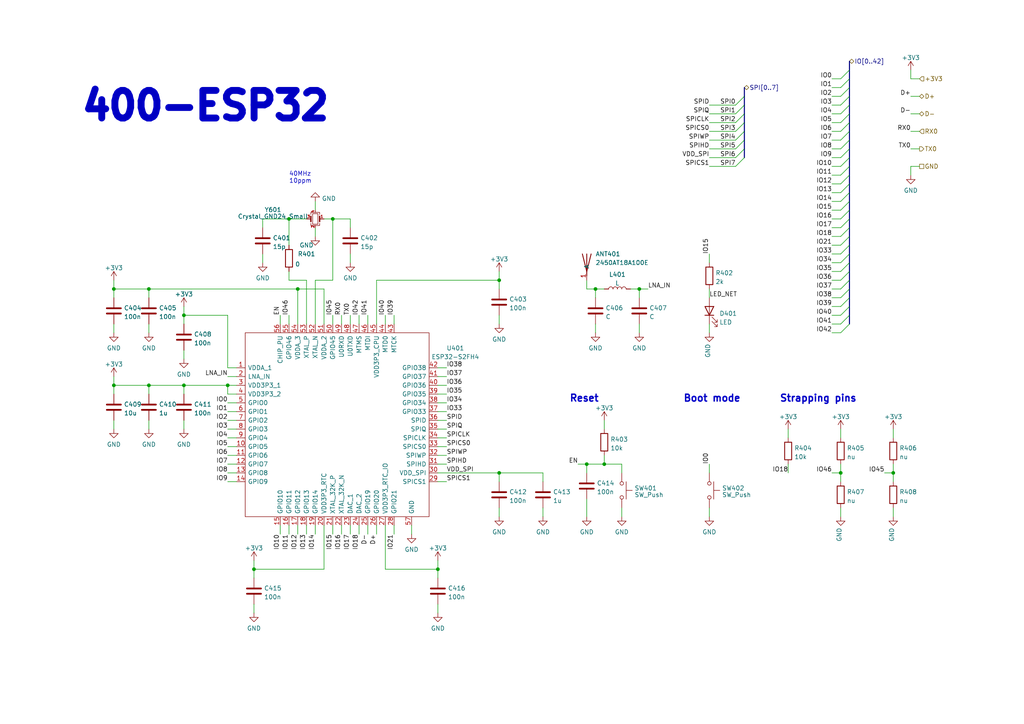
<source format=kicad_sch>
(kicad_sch (version 20230121) (generator eeschema)
  (paper "A4")
  (title_block (title "PSoM - ESP S3") (date "2023-04-17") (rev "HW00") (company "PumaCorp") (comment 1 "Design by: NdG"))
  (lib_symbols
    (symbol "Component lib:2450AT18A100E" (pin_names (offset 0.762))
      (property "Reference" "ANT" (at 6.35 10.16 0))
      (property "Value" "2450AT18A100E" (at 6.35 7.62 0))
      (symbol "2450AT18A100E_0_1"
        (polyline (pts (xy 0 7.62) (xy 0 1.27)) (stroke (width 0.254)))
        (polyline (pts (xy 1.27 7.62) (xy 0 2.54) (xy -1.27 7.62)) (stroke (width 0.254)))
      )
      (symbol "2450AT18A100E_1_1"
        (pin input line (at 0 0 90) (length 2.54) (name "A") (number "1"))
      )
    )
    (symbol "Component lib:C" (pin_numbers hide) (pin_names (offset 0.254))
      (property "Reference" "C" (at 0.635 -1.27 0))
      (property "Value" "C" (at 0.635 -6.35 0))
      (symbol "C_0_1"
        (polyline (pts (xy -2.032 -4.572) (xy 2.032 -4.572)) (stroke (width 0.508)))
        (polyline (pts (xy -2.032 -3.048) (xy 2.032 -3.048)) (stroke (width 0.508)))
      )
      (symbol "C_1_1"
        (pin passive line (at 0 0 270) (length 2.794) (name "~") (number "1"))
        (pin passive line (at 0 -7.62 90) (length 2.794) (name "~") (number "2"))
      )
    )
    (symbol "Component lib:L" (pin_numbers hide) (pin_names (offset 1.016) hide)
      (property "Reference" "L" (at 3.81 -1.27 0))
      (property "Value" "L" (at 3.81 1.905 0))
      (symbol "L_0_1"
        (arc (start 2.54 0) (mid 1.905 0.6323) (end 1.27 0))
        (arc (start 3.81 0) (mid 3.175 0.6323) (end 2.54 0))
        (arc (start 5.08 0) (mid 4.445 0.6323) (end 3.81 0))
        (arc (start 6.35 0) (mid 5.715 0.6323) (end 5.08 0))
      )
      (symbol "L_1_1"
        (pin passive line (at 0 0 0) (length 1.27) (name "1") (number "1"))
        (pin passive line (at 7.62 0 180) (length 1.27) (name "2") (number "2"))
      )
    )
    (symbol "Component lib:LED" (pin_numbers hide) (pin_names (offset 1.016) hide)
      (property "Reference" "D" (at 3.81 2.54 0))
      (property "Value" "LED" (at 3.81 -2.54 0))
      (symbol "LED_0_1"
        (polyline (pts (xy 2.54 -1.27) (xy 2.54 1.27)) (stroke (width 0.254)))
        (polyline (pts (xy 2.54 0) (xy 5.08 0)))
        (polyline (pts (xy 5.08 -1.27) (xy 5.08 1.27) (xy 2.54 0) (xy 5.08 -1.27)) (stroke (width 0.254)))
        (polyline (pts (xy 0.762 -0.762) (xy -0.762 -2.286) (xy 0 -2.286) (xy -0.762 -2.286) (xy -0.762 -1.524)))
        (polyline (pts (xy 2.032 -0.762) (xy 0.508 -2.286) (xy 1.27 -2.286) (xy 0.508 -2.286) (xy 0.508 -1.524)))
      )
      (symbol "LED_1_1"
        (pin passive line (at 0 0 0) (length 2.54) (name "K") (number "1"))
        (pin passive line (at 7.62 0 180) (length 2.54) (name "A") (number "2"))
      )
    )
    (symbol "Component lib:R" (pin_numbers hide) (pin_names (offset 0))
      (property "Reference" "R" (at 2.032 -3.81 90))
      (property "Value" "R" (at 0 -3.81 90))
      (symbol "R_0_1"
        (rectangle (start -1.016 -6.35) (end 1.016 -1.27) (stroke (width 0.254)))
      )
      (symbol "R_1_1"
        (pin passive line (at 0 0 270) (length 1.27) (name "~") (number "1"))
        (pin passive line (at 0 -7.62 90) (length 1.27) (name "~") (number "2"))
      )
    )
    (symbol "Component_lib:ESP32-S2FH4" (pin_names (offset 0.762))
      (property "Reference" "U" (at 22.86 -12.7 0))
      (property "Value" "ESP32-S2FH4" (at 22.86 -15.24 0))
      (symbol "ESP32-S2FH4_0_0"
        (pin passive line (at 0 0 0) (length 2.54) (name "VDDA_1") (number "1"))
        (pin passive line (at 0 -22.86 0) (length 2.54) (name "GPIO5") (number "10"))
        (pin passive line (at 0 -25.4 0) (length 2.54) (name "GPIO6") (number "11"))
        (pin passive line (at 0 -27.94 0) (length 2.54) (name "GPIO7") (number "12"))
        (pin passive line (at 0 -30.48 0) (length 2.54) (name "GPIO8") (number "13"))
        (pin passive line (at 0 -33.02 0) (length 2.54) (name "GPIO9") (number "14"))
        (pin passive line (at 12.7 -45.72 90) (length 2.54) (name "GPIO10") (number "15"))
        (pin passive line (at 15.24 -45.72 90) (length 2.54) (name "GPIO11") (number "16"))
        (pin passive line (at 17.78 -45.72 90) (length 2.54) (name "GPIO12") (number "17"))
        (pin passive line (at 20.32 -45.72 90) (length 2.54) (name "GPIO13") (number "18"))
        (pin passive line (at 22.86 -45.72 90) (length 2.54) (name "GPIO14") (number "19"))
        (pin passive line (at 0 -2.54 0) (length 2.54) (name "LNA_IN") (number "2"))
        (pin passive line (at 25.4 -45.72 90) (length 2.54) (name "VDD3P3_RTC") (number "20"))
        (pin passive line (at 27.94 -45.72 90) (length 2.54) (name "XTAL_32K_P") (number "21"))
        (pin passive line (at 30.48 -45.72 90) (length 2.54) (name "XTAL_32K_N") (number "22"))
        (pin passive line (at 33.02 -45.72 90) (length 2.54) (name "DAC_1") (number "23"))
        (pin passive line (at 35.56 -45.72 90) (length 2.54) (name "DAC_2") (number "24"))
        (pin passive line (at 38.1 -45.72 90) (length 2.54) (name "GPIO19") (number "25"))
        (pin passive line (at 40.64 -45.72 90) (length 2.54) (name "GPIO20") (number "26"))
        (pin passive line (at 43.18 -45.72 90) (length 2.54) (name "VDD3P3_RTC_IO") (number "27"))
        (pin passive line (at 45.72 -45.72 90) (length 2.54) (name "GPIO21") (number "28"))
        (pin passive line (at 58.42 -33.02 180) (length 2.54) (name "SPICS1") (number "29"))
        (pin passive line (at 0 -5.08 0) (length 2.54) (name "VDD3P3_1") (number "3"))
        (pin passive line (at 58.42 -30.48 180) (length 2.54) (name "VDD_SPI") (number "30"))
        (pin passive line (at 58.42 -27.94 180) (length 2.54) (name "SPIHD") (number "31"))
        (pin passive line (at 58.42 -25.4 180) (length 2.54) (name "SPIWP") (number "32"))
        (pin passive line (at 58.42 -22.86 180) (length 2.54) (name "SPICS0") (number "33"))
        (pin passive line (at 58.42 -20.32 180) (length 2.54) (name "SPICLK") (number "34"))
        (pin passive line (at 58.42 -17.78 180) (length 2.54) (name "SPIQ") (number "35"))
        (pin passive line (at 58.42 -15.24 180) (length 2.54) (name "SPID") (number "36"))
        (pin passive line (at 58.42 -12.7 180) (length 2.54) (name "GPIO33") (number "37"))
        (pin passive line (at 58.42 -10.16 180) (length 2.54) (name "GPIO34") (number "38"))
        (pin passive line (at 58.42 -7.62 180) (length 2.54) (name "GPIO35") (number "39"))
        (pin passive line (at 0 -7.62 0) (length 2.54) (name "VDD3P3_2") (number "4"))
        (pin passive line (at 58.42 -5.08 180) (length 2.54) (name "GPIO36") (number "40"))
        (pin passive line (at 58.42 -2.54 180) (length 2.54) (name "GPIO37") (number "41"))
        (pin passive line (at 58.42 0 180) (length 2.54) (name "GPIO38") (number "42"))
        (pin passive line (at 45.72 12.7 270) (length 2.54) (name "MTCK") (number "43"))
        (pin passive line (at 43.18 12.7 270) (length 2.54) (name "MTD0") (number "44"))
        (pin passive line (at 40.64 12.7 270) (length 2.54) (name "VDD3P3_CPU") (number "45"))
        (pin passive line (at 38.1 12.7 270) (length 2.54) (name "MTDI") (number "46"))
        (pin passive line (at 35.56 12.7 270) (length 2.54) (name "MTMS") (number "47"))
        (pin passive line (at 33.02 12.7 270) (length 2.54) (name "U0TXD") (number "48"))
        (pin passive line (at 30.48 12.7 270) (length 2.54) (name "U0RXD") (number "49"))
        (pin passive line (at 0 -10.16 0) (length 2.54) (name "GPIO0") (number "5"))
        (pin passive line (at 27.94 12.7 270) (length 2.54) (name "GPIO45") (number "50"))
        (pin passive line (at 25.4 12.7 270) (length 2.54) (name "VDDA_2") (number "51"))
        (pin passive line (at 22.86 12.7 270) (length 2.54) (name "XTAL_N") (number "52"))
        (pin passive line (at 20.32 12.7 270) (length 2.54) (name "XTAL_P") (number "53"))
        (pin passive line (at 17.78 12.7 270) (length 2.54) (name "VDDA_3") (number "54"))
        (pin passive line (at 15.24 12.7 270) (length 2.54) (name "GPIO46") (number "55"))
        (pin passive line (at 12.7 12.7 270) (length 2.54) (name "CHIP_PU") (number "56"))
        (pin passive line (at 50.8 -45.72 90) (length 2.54) (name "GND") (number "57"))
        (pin passive line (at 0 -12.7 0) (length 2.54) (name "GPIO1") (number "6"))
        (pin passive line (at 0 -15.24 0) (length 2.54) (name "GPIO2") (number "7"))
        (pin passive line (at 0 -17.78 0) (length 2.54) (name "GPIO3") (number "8"))
        (pin passive line (at 0 -20.32 0) (length 2.54) (name "GPIO4") (number "9"))
      )
      (symbol "ESP32-S2FH4_0_1"
        (polyline (pts (xy 2.54 10.16) (xy 55.88 10.16) (xy 55.88 -43.18) (xy 2.54 -43.18) (xy 2.54 10.16)) (stroke (width 0.1524)))
      )
    )
    (symbol "Device:Crystal_GND24_Small" (pin_names (offset 1.016) hide)
      (property "Reference" "Y" (at 1.27 4.445 0))
      (property "Value" "Crystal_GND24_Small" (at 1.27 2.54 0))
      (symbol "Crystal_GND24_Small_0_1"
        (rectangle (start -0.762 -1.524) (end 0.762 1.524))
        (polyline (pts (xy -1.27 -0.762) (xy -1.27 0.762)) (stroke (width 0.381)))
        (polyline (pts (xy 1.27 -0.762) (xy 1.27 0.762)) (stroke (width 0.381)))
        (polyline (pts (xy -1.27 -1.27) (xy -1.27 -1.905) (xy 1.27 -1.905) (xy 1.27 -1.27)))
        (polyline (pts (xy -1.27 1.27) (xy -1.27 1.905) (xy 1.27 1.905) (xy 1.27 1.27)))
      )
      (symbol "Crystal_GND24_Small_1_1"
        (pin passive line (at -2.54 0 0) (length 1.27) (name "1") (number "1"))
        (pin passive line (at 0 -2.54 90) (length 0.635) (name "2") (number "2"))
        (pin passive line (at 2.54 0 180) (length 1.27) (name "3") (number "3"))
        (pin passive line (at 0 2.54 270) (length 0.635) (name "4") (number "4"))
      )
    )
    (symbol "Switch:SW_Push" (pin_numbers hide) (pin_names (offset 1.016) hide)
      (property "Reference" "SW" (at 1.27 2.54 0))
      (property "Value" "SW_Push" (at 0 -1.524 0))
      (symbol "SW_Push_0_1"
        (circle (center -2.032 0) (radius 0.508))
        (polyline (pts (xy 0 1.27) (xy 0 3.048)))
        (polyline (pts (xy 2.54 1.27) (xy -2.54 1.27)))
        (circle (center 2.032 0) (radius 0.508))
        (pin passive line (at -5.08 0 0) (length 2.54) (name "1") (number "1"))
        (pin passive line (at 5.08 0 180) (length 2.54) (name "2") (number "2"))
      )
    )
    (symbol "power:+3V3" (power) (pin_names (offset 0))
      (property "Value" "+3V3" (at 0 3.556 0))
      (symbol "+3V3_0_1"
        (polyline (pts (xy -0.762 1.27) (xy 0 2.54)))
        (polyline (pts (xy 0 0) (xy 0 2.54)))
        (polyline (pts (xy 0 2.54) (xy 0.762 1.27)))
      )
      (symbol "+3V3_1_1"
        (pin power_in line (at 0 0 90) (length 0) hide (name "+3V3") (number "1"))
      )
    )
    (symbol "power:GND" (power) (pin_names (offset 0))
      (property "Value" "GND" (at 0 -3.81 0))
      (symbol "GND_0_1"
        (polyline (pts (xy 0 0) (xy 0 -1.27) (xy 1.27 -1.27) (xy 0 -2.54) (xy -1.27 -1.27) (xy 0 -1.27)))
      )
      (symbol "GND_1_1"
        (pin power_in line (at 0 0 270) (length 0) hide (name "GND") (number "1"))
      )
    )
  )
  (junction (at 43.18 83.82))
  (junction (at 53.34 91.44))
  (junction (at 170.18 134.62))
  (junction (at 127 165.1))
  (junction (at 33.02 83.82))
  (junction (at 175.26 134.62))
  (junction (at 96.52 63.5))
  (junction (at 66.04 111.76))
  (junction (at 33.02 111.76))
  (junction (at 185.42 83.82))
  (junction (at 86.36 83.82))
  (junction (at 172.72 83.82))
  (junction (at 83.82 63.5))
  (junction (at 259.08 137.16))
  (junction (at 243.84 137.16))
  (junction (at 43.18 111.76))
  (junction (at 53.34 111.76))
  (junction (at 144.78 81.28))
  (junction (at 144.78 137.16))
  (junction (at 73.66 165.1))
  (bus_entry (at 243.84 86.36) (size 2.54 -2.54))
  (bus_entry (at 243.84 40.64) (size 2.54 -2.54))
  (bus_entry (at 243.84 55.88) (size 2.54 -2.54))
  (bus_entry (at 243.84 68.58) (size 2.54 -2.54))
  (bus_entry (at 213.36 43.18) (size 2.54 -2.54))
  (bus_entry (at 243.84 71.12) (size 2.54 -2.54))
  (bus_entry (at 213.36 48.26) (size 2.54 -2.54))
  (bus_entry (at 243.84 27.94) (size 2.54 -2.54))
  (bus_entry (at 243.84 88.9) (size 2.54 -2.54))
  (bus_entry (at 243.84 53.34) (size 2.54 -2.54))
  (bus_entry (at 243.84 93.98) (size 2.54 -2.54))
  (bus_entry (at 243.84 30.48) (size 2.54 -2.54))
  (bus_entry (at 243.84 33.02) (size 2.54 -2.54))
  (bus_entry (at 243.84 50.8) (size 2.54 -2.54))
  (bus_entry (at 243.84 38.1) (size 2.54 -2.54))
  (bus_entry (at 213.36 45.72) (size 2.54 -2.54))
  (bus_entry (at 243.84 78.74) (size 2.54 -2.54))
  (bus_entry (at 243.84 91.44) (size 2.54 -2.54))
  (bus_entry (at 243.84 35.56) (size 2.54 -2.54))
  (bus_entry (at 213.36 35.56) (size 2.54 -2.54))
  (bus_entry (at 243.84 60.96) (size 2.54 -2.54))
  (bus_entry (at 213.36 38.1) (size 2.54 -2.54))
  (bus_entry (at 243.84 45.72) (size 2.54 -2.54))
  (bus_entry (at 243.84 66.04) (size 2.54 -2.54))
  (bus_entry (at 213.36 40.64) (size 2.54 -2.54))
  (bus_entry (at 243.84 48.26) (size 2.54 -2.54))
  (bus_entry (at 243.84 43.18) (size 2.54 -2.54))
  (bus_entry (at 243.84 25.4) (size 2.54 -2.54))
  (bus_entry (at 243.84 96.52) (size 2.54 -2.54))
  (bus_entry (at 243.84 63.5) (size 2.54 -2.54))
  (bus_entry (at 243.84 83.82) (size 2.54 -2.54))
  (bus_entry (at 243.84 22.86) (size 2.54 -2.54))
  (bus_entry (at 213.36 30.48) (size 2.54 -2.54))
  (bus_entry (at 243.84 76.2) (size 2.54 -2.54))
  (bus_entry (at 243.84 81.28) (size 2.54 -2.54))
  (bus_entry (at 243.84 58.42) (size 2.54 -2.54))
  (bus_entry (at 243.84 73.66) (size 2.54 -2.54))
  (bus_entry (at 213.36 33.02) (size 2.54 -2.54))
  (wire (pts (xy 53.34 101.6) (xy 53.34 104.14)))
  (wire (pts (xy 66.04 129.54) (xy 68.58 129.54)))
  (bus (pts (xy 246.38 50.8) (xy 246.38 53.34)))
  (bus (pts (xy 246.38 27.94) (xy 246.38 30.48)))
  (wire (pts (xy 127 165.1) (xy 127 167.64)))
  (wire (pts (xy 101.6 73.66) (xy 101.6 76.2)))
  (wire (pts (xy 144.78 137.16) (xy 157.48 137.16)))
  (bus (pts (xy 246.38 63.5) (xy 246.38 66.04)))
  (wire (pts (xy 127 162.56) (xy 127 165.1)))
  (wire (pts (xy 170.18 144.78) (xy 170.18 149.86)))
  (wire (pts (xy 66.04 121.92) (xy 68.58 121.92)))
  (wire (pts (xy 106.68 91.44) (xy 106.68 93.98)))
  (wire (pts (xy 66.04 111.76) (xy 68.58 111.76)))
  (wire (pts (xy 264.16 22.86) (xy 266.7 22.86)))
  (wire (pts (xy 241.3 27.94) (xy 243.84 27.94)))
  (bus (pts (xy 246.38 43.18) (xy 246.38 45.72)))
  (wire (pts (xy 264.16 38.1) (xy 266.7 38.1)))
  (wire (pts (xy 53.34 114.3) (xy 53.34 111.76)))
  (wire (pts (xy 83.82 71.12) (xy 83.82 63.5)))
  (wire (pts (xy 241.3 96.52) (xy 243.84 96.52)))
  (bus (pts (xy 246.38 40.64) (xy 246.38 43.18)))
  (wire (pts (xy 109.22 152.4) (xy 109.22 154.94)))
  (wire (pts (xy 243.84 134.62) (xy 243.84 137.16)))
  (wire (pts (xy 114.3 91.44) (xy 114.3 93.98)))
  (wire (pts (xy 111.76 91.44) (xy 111.76 93.98)))
  (wire (pts (xy 241.3 30.48) (xy 243.84 30.48)))
  (wire (pts (xy 264.16 20.32) (xy 264.16 22.86)))
  (bus (pts (xy 246.38 88.9) (xy 246.38 91.44)))
  (wire (pts (xy 185.42 93.98) (xy 185.42 96.52)))
  (wire (pts (xy 53.34 88.9) (xy 53.34 91.44)))
  (wire (pts (xy 205.74 45.72) (xy 213.36 45.72)))
  (wire (pts (xy 241.3 48.26) (xy 243.84 48.26)))
  (wire (pts (xy 96.52 91.44) (xy 96.52 93.98)))
  (wire (pts (xy 43.18 83.82) (xy 43.18 86.36)))
  (wire (pts (xy 66.04 127) (xy 68.58 127)))
  (bus (pts (xy 246.38 78.74) (xy 246.38 81.28)))
  (wire (pts (xy 33.02 81.28) (xy 33.02 83.82)))
  (wire (pts (xy 88.9 152.4) (xy 88.9 154.94)))
  (wire (pts (xy 93.98 83.82) (xy 86.36 83.82)))
  (wire (pts (xy 76.2 66.04) (xy 76.2 63.5)))
  (wire (pts (xy 157.48 147.32) (xy 157.48 149.86)))
  (wire (pts (xy 129.54 119.38) (xy 127 119.38)))
  (wire (pts (xy 170.18 81.28) (xy 170.18 83.82)))
  (wire (pts (xy 99.06 91.44) (xy 99.06 93.98)))
  (wire (pts (xy 127 127) (xy 129.54 127)))
  (wire (pts (xy 157.48 137.16) (xy 157.48 139.7)))
  (wire (pts (xy 76.2 73.66) (xy 76.2 76.2)))
  (wire (pts (xy 241.3 40.64) (xy 243.84 40.64)))
  (wire (pts (xy 241.3 58.42) (xy 243.84 58.42)))
  (wire (pts (xy 241.3 93.98) (xy 243.84 93.98)))
  (wire (pts (xy 228.6 124.46) (xy 228.6 127)))
  (wire (pts (xy 33.02 121.92) (xy 33.02 124.46)))
  (wire (pts (xy 83.82 63.5) (xy 88.9 63.5)))
  (wire (pts (xy 96.52 152.4) (xy 96.52 154.94)))
  (wire (pts (xy 83.82 81.28) (xy 88.9 81.28)))
  (bus (pts (xy 246.38 86.36) (xy 246.38 88.9)))
  (wire (pts (xy 243.84 137.16) (xy 243.84 139.7)))
  (wire (pts (xy 264.16 27.94) (xy 266.7 27.94)))
  (wire (pts (xy 241.3 43.18) (xy 243.84 43.18)))
  (wire (pts (xy 127 137.16) (xy 144.78 137.16)))
  (wire (pts (xy 81.28 91.44) (xy 81.28 93.98)))
  (bus (pts (xy 246.38 20.32) (xy 246.38 22.86)))
  (wire (pts (xy 180.34 147.32) (xy 180.34 149.86)))
  (wire (pts (xy 170.18 83.82) (xy 172.72 83.82)))
  (bus (pts (xy 246.38 66.04) (xy 246.38 68.58)))
  (wire (pts (xy 241.3 137.16) (xy 243.84 137.16)))
  (wire (pts (xy 205.74 38.1) (xy 213.36 38.1)))
  (wire (pts (xy 205.74 73.66) (xy 205.74 76.2)))
  (bus (pts (xy 246.38 68.58) (xy 246.38 71.12)))
  (wire (pts (xy 241.3 35.56) (xy 243.84 35.56)))
  (wire (pts (xy 172.72 93.98) (xy 172.72 96.52)))
  (wire (pts (xy 93.98 63.5) (xy 96.52 63.5)))
  (wire (pts (xy 185.42 83.82) (xy 185.42 86.36)))
  (wire (pts (xy 144.78 78.74) (xy 144.78 81.28)))
  (bus (pts (xy 215.9 35.56) (xy 215.9 38.1)))
  (wire (pts (xy 109.22 81.28) (xy 144.78 81.28)))
  (wire (pts (xy 127 121.92) (xy 129.54 121.92)))
  (bus (pts (xy 215.9 25.4) (xy 215.9 27.94)))
  (bus (pts (xy 246.38 38.1) (xy 246.38 40.64)))
  (wire (pts (xy 73.66 175.26) (xy 73.66 177.8)))
  (wire (pts (xy 185.42 83.82) (xy 187.96 83.82)))
  (bus (pts (xy 246.38 35.56) (xy 246.38 38.1)))
  (bus (pts (xy 215.9 43.18) (xy 215.9 45.72)))
  (wire (pts (xy 259.08 147.32) (xy 259.08 149.86)))
  (bus (pts (xy 246.38 45.72) (xy 246.38 48.26)))
  (wire (pts (xy 127 134.62) (xy 129.54 134.62)))
  (wire (pts (xy 88.9 81.28) (xy 88.9 93.98)))
  (wire (pts (xy 241.3 45.72) (xy 243.84 45.72)))
  (wire (pts (xy 241.3 91.44) (xy 243.84 91.44)))
  (wire (pts (xy 144.78 81.28) (xy 144.78 83.82)))
  (wire (pts (xy 101.6 63.5) (xy 96.52 63.5)))
  (wire (pts (xy 86.36 152.4) (xy 86.36 154.94)))
  (wire (pts (xy 91.44 152.4) (xy 91.44 154.94)))
  (wire (pts (xy 111.76 165.1) (xy 127 165.1)))
  (wire (pts (xy 241.3 68.58) (xy 243.84 68.58)))
  (wire (pts (xy 33.02 83.82) (xy 43.18 83.82)))
  (bus (pts (xy 246.38 17.78) (xy 246.38 20.32)))
  (wire (pts (xy 243.84 76.2) (xy 241.3 76.2)))
  (wire (pts (xy 81.28 152.4) (xy 81.28 154.94)))
  (wire (pts (xy 228.6 134.62) (xy 228.6 137.16)))
  (bus (pts (xy 246.38 25.4) (xy 246.38 27.94)))
  (wire (pts (xy 241.3 38.1) (xy 243.84 38.1)))
  (bus (pts (xy 246.38 53.34) (xy 246.38 55.88)))
  (wire (pts (xy 127 116.84) (xy 129.54 116.84)))
  (wire (pts (xy 111.76 152.4) (xy 111.76 165.1)))
  (wire (pts (xy 127 111.76) (xy 129.54 111.76)))
  (wire (pts (xy 175.26 121.92) (xy 175.26 124.46)))
  (bus (pts (xy 215.9 40.64) (xy 215.9 43.18)))
  (wire (pts (xy 205.74 30.48) (xy 213.36 30.48)))
  (wire (pts (xy 172.72 83.82) (xy 175.26 83.82)))
  (wire (pts (xy 53.34 93.98) (xy 53.34 91.44)))
  (wire (pts (xy 241.3 66.04) (xy 243.84 66.04)))
  (wire (pts (xy 104.14 91.44) (xy 104.14 93.98)))
  (wire (pts (xy 73.66 162.56) (xy 73.66 165.1)))
  (wire (pts (xy 241.3 25.4) (xy 243.84 25.4)))
  (wire (pts (xy 96.52 81.28) (xy 91.44 81.28)))
  (wire (pts (xy 33.02 114.3) (xy 33.02 111.76)))
  (wire (pts (xy 264.16 48.26) (xy 266.7 48.26)))
  (wire (pts (xy 99.06 152.4) (xy 99.06 154.94)))
  (wire (pts (xy 259.08 137.16) (xy 259.08 139.7)))
  (wire (pts (xy 66.04 109.22) (xy 68.58 109.22)))
  (wire (pts (xy 243.84 81.28) (xy 241.3 81.28)))
  (wire (pts (xy 205.74 43.18) (xy 213.36 43.18)))
  (wire (pts (xy 73.66 165.1) (xy 93.98 165.1)))
  (wire (pts (xy 205.74 35.56) (xy 213.36 35.56)))
  (wire (pts (xy 43.18 83.82) (xy 86.36 83.82)))
  (bus (pts (xy 246.38 83.82) (xy 246.38 86.36)))
  (wire (pts (xy 66.04 124.46) (xy 68.58 124.46)))
  (wire (pts (xy 66.04 137.16) (xy 68.58 137.16)))
  (wire (pts (xy 243.84 78.74) (xy 241.3 78.74)))
  (bus (pts (xy 246.38 91.44) (xy 246.38 93.98)))
  (wire (pts (xy 93.98 93.98) (xy 93.98 83.82)))
  (wire (pts (xy 259.08 134.62) (xy 259.08 137.16)))
  (wire (pts (xy 66.04 91.44) (xy 66.04 106.68)))
  (wire (pts (xy 43.18 121.92) (xy 43.18 124.46)))
  (bus (pts (xy 246.38 33.02) (xy 246.38 35.56)))
  (wire (pts (xy 205.74 134.62) (xy 205.74 137.16)))
  (wire (pts (xy 33.02 111.76) (xy 43.18 111.76)))
  (wire (pts (xy 119.38 152.4) (xy 119.38 154.94)))
  (wire (pts (xy 68.58 114.3) (xy 66.04 114.3)))
  (wire (pts (xy 205.74 40.64) (xy 213.36 40.64)))
  (wire (pts (xy 241.3 50.8) (xy 243.84 50.8)))
  (wire (pts (xy 172.72 86.36) (xy 172.72 83.82)))
  (wire (pts (xy 101.6 66.04) (xy 101.6 63.5)))
  (wire (pts (xy 259.08 124.46) (xy 259.08 127)))
  (wire (pts (xy 170.18 134.62) (xy 175.26 134.62)))
  (wire (pts (xy 127 129.54) (xy 129.54 129.54)))
  (wire (pts (xy 91.44 81.28) (xy 91.44 93.98)))
  (wire (pts (xy 144.78 137.16) (xy 144.78 139.7)))
  (wire (pts (xy 53.34 111.76) (xy 66.04 111.76)))
  (wire (pts (xy 43.18 114.3) (xy 43.18 111.76)))
  (wire (pts (xy 83.82 81.28) (xy 83.82 78.74)))
  (wire (pts (xy 264.16 33.02) (xy 266.7 33.02)))
  (wire (pts (xy 243.84 147.32) (xy 243.84 149.86)))
  (wire (pts (xy 127 124.46) (xy 129.54 124.46)))
  (wire (pts (xy 241.3 73.66) (xy 243.84 73.66)))
  (wire (pts (xy 66.04 119.38) (xy 68.58 119.38)))
  (wire (pts (xy 53.34 121.92) (xy 53.34 124.46)))
  (wire (pts (xy 241.3 22.86) (xy 243.84 22.86)))
  (wire (pts (xy 127 109.22) (xy 129.54 109.22)))
  (wire (pts (xy 182.88 83.82) (xy 185.42 83.82)))
  (wire (pts (xy 264.16 50.8) (xy 264.16 48.26)))
  (wire (pts (xy 241.3 55.88) (xy 243.84 55.88)))
  (wire (pts (xy 66.04 106.68) (xy 68.58 106.68)))
  (wire (pts (xy 144.78 147.32) (xy 144.78 149.86)))
  (wire (pts (xy 127 132.08) (xy 129.54 132.08)))
  (wire (pts (xy 86.36 83.82) (xy 86.36 93.98)))
  (wire (pts (xy 114.3 152.4) (xy 114.3 154.94)))
  (bus (pts (xy 246.38 60.96) (xy 246.38 63.5)))
  (wire (pts (xy 83.82 91.44) (xy 83.82 93.98)))
  (bus (pts (xy 215.9 33.02) (xy 215.9 35.56)))
  (wire (pts (xy 175.26 134.62) (xy 180.34 134.62)))
  (wire (pts (xy 205.74 48.26) (xy 213.36 48.26)))
  (wire (pts (xy 91.44 58.42) (xy 91.44 60.96)))
  (wire (pts (xy 93.98 165.1) (xy 93.98 152.4)))
  (wire (pts (xy 205.74 33.02) (xy 213.36 33.02)))
  (wire (pts (xy 127 139.7) (xy 129.54 139.7)))
  (wire (pts (xy 256.54 137.16) (xy 259.08 137.16)))
  (bus (pts (xy 215.9 27.94) (xy 215.9 30.48)))
  (wire (pts (xy 243.84 86.36) (xy 241.3 86.36)))
  (wire (pts (xy 241.3 60.96) (xy 243.84 60.96)))
  (wire (pts (xy 66.04 134.62) (xy 68.58 134.62)))
  (wire (pts (xy 241.3 53.34) (xy 243.84 53.34)))
  (wire (pts (xy 66.04 139.7) (xy 68.58 139.7)))
  (bus (pts (xy 215.9 38.1) (xy 215.9 40.64)))
  (bus (pts (xy 215.9 30.48) (xy 215.9 33.02)))
  (wire (pts (xy 33.02 93.98) (xy 33.02 96.52)))
  (wire (pts (xy 243.84 83.82) (xy 241.3 83.82)))
  (wire (pts (xy 53.34 91.44) (xy 66.04 91.44)))
  (wire (pts (xy 106.68 152.4) (xy 106.68 154.94)))
  (wire (pts (xy 96.52 63.5) (xy 96.52 81.28)))
  (wire (pts (xy 43.18 93.98) (xy 43.18 96.52)))
  (wire (pts (xy 241.3 71.12) (xy 243.84 71.12)))
  (wire (pts (xy 101.6 91.44) (xy 101.6 93.98)))
  (bus (pts (xy 246.38 48.26) (xy 246.38 50.8)))
  (wire (pts (xy 33.02 86.36) (xy 33.02 83.82)))
  (wire (pts (xy 175.26 132.08) (xy 175.26 134.62)))
  (wire (pts (xy 83.82 152.4) (xy 83.82 154.94)))
  (wire (pts (xy 205.74 147.32) (xy 205.74 149.86)))
  (bus (pts (xy 246.38 76.2) (xy 246.38 78.74)))
  (wire (pts (xy 241.3 63.5) (xy 243.84 63.5)))
  (wire (pts (xy 91.44 66.04) (xy 91.44 68.58)))
  (wire (pts (xy 243.84 124.46) (xy 243.84 127)))
  (wire (pts (xy 205.74 83.82) (xy 205.74 86.36)))
  (bus (pts (xy 246.38 81.28) (xy 246.38 83.82)))
  (wire (pts (xy 144.78 91.44) (xy 144.78 93.98)))
  (wire (pts (xy 170.18 134.62) (xy 170.18 137.16)))
  (wire (pts (xy 127 106.68) (xy 129.54 106.68)))
  (wire (pts (xy 127 175.26) (xy 127 177.8)))
  (wire (pts (xy 264.16 43.18) (xy 266.7 43.18)))
  (wire (pts (xy 76.2 63.5) (xy 83.82 63.5)))
  (wire (pts (xy 109.22 81.28) (xy 109.22 93.98)))
  (bus (pts (xy 246.38 30.48) (xy 246.38 33.02)))
  (wire (pts (xy 66.04 132.08) (xy 68.58 132.08)))
  (wire (pts (xy 167.64 134.62) (xy 170.18 134.62)))
  (wire (pts (xy 101.6 152.4) (xy 101.6 154.94)))
  (wire (pts (xy 127 114.3) (xy 129.54 114.3)))
  (wire (pts (xy 205.74 93.98) (xy 205.74 96.52)))
  (bus (pts (xy 246.38 22.86) (xy 246.38 25.4)))
  (wire (pts (xy 66.04 114.3) (xy 66.04 111.76)))
  (wire (pts (xy 66.04 116.84) (xy 68.58 116.84)))
  (bus (pts (xy 246.38 71.12) (xy 246.38 73.66)))
  (wire (pts (xy 43.18 111.76) (xy 53.34 111.76)))
  (wire (pts (xy 241.3 88.9) (xy 243.84 88.9)))
  (bus (pts (xy 246.38 58.42) (xy 246.38 60.96)))
  (bus (pts (xy 246.38 55.88) (xy 246.38 58.42)))
  (wire (pts (xy 180.34 134.62) (xy 180.34 137.16)))
  (wire (pts (xy 33.02 109.22) (xy 33.02 111.76)))
  (wire (pts (xy 241.3 33.02) (xy 243.84 33.02)))
  (wire (pts (xy 73.66 165.1) (xy 73.66 167.64)))
  (bus (pts (xy 246.38 73.66) (xy 246.38 76.2)))
  (wire (pts (xy 104.14 152.4) (xy 104.14 154.94)))
  (text "Boot mode\n" (at 198.12 116.84 0) (effects (font (size 2 2) (thickness 0.4) bold) (justify left bottom)))
  (text "Reset\n" (at 165.1 116.84 0) (effects (font (size 2 2) (thickness 0.4) bold) (justify left bottom)))
  (text "40MHz \n10ppm" (at 83.82 53.34 0) (effects (font (size 1.27 1.27)) (justify left bottom)))
  (text "400-ESP32" (at 22.86 35.56 0) (effects (font (size 8 8) (thickness 3) bold) (justify left bottom)))
  (text "Strapping pins" (at 226.06 116.84 0) (effects (font (size 2 2) (thickness 0.4) bold) (justify left bottom)))
  (label "D-" (at 106.68 154.94 270))
  (label "SPICLK" (at 129.54 127 0))
  (label "IO45" (at 256.54 137.16 180))
  (label "IO3" (at 241.3 30.48 180))
  (label "RX0" (at 99.06 91.44 90))
  (label "IO35" (at 129.54 114.3 0))
  (label "IO15" (at 241.3 60.96 180))
  (label "SPI0" (at 213.36 30.48 180))
  (label "IO12" (at 86.36 154.94 270))
  (label "TX0" (at 101.6 91.44 90))
  (label "IO38" (at 241.3 86.36 180))
  (label "IO17" (at 101.6 154.94 270))
  (label "IO0" (at 66.04 116.84 180))
  (label "IO37" (at 241.3 83.82 180))
  (label "VDD_SPI" (at 129.54 137.16 0))
  (label "IO39" (at 241.3 88.9 180))
  (label "IO42" (at 241.3 96.52 180))
  (label "IO6" (at 241.3 38.1 180))
  (label "IO9" (at 66.04 139.7 180))
  (label "IO7" (at 241.3 40.64 180))
  (label "SPICLK" (at 205.74 35.56 180))
  (label "SPI1" (at 213.36 33.02 180))
  (label "IO4" (at 241.3 33.02 180))
  (label "IO14" (at 241.3 58.42 180))
  (label "IO40" (at 241.3 91.44 180))
  (label "EN" (at 167.64 134.62 180))
  (label "IO18" (at 228.6 137.16 180))
  (label "IO16" (at 99.06 154.94 270))
  (label "IO46" (at 241.3 137.16 180))
  (label "TX0" (at 264.16 43.18 180))
  (label "IO8" (at 66.04 137.16 180))
  (label "SPI5" (at 213.36 43.18 180))
  (label "IO10" (at 81.28 154.94 270))
  (label "IO40" (at 111.76 91.44 90))
  (label "SPIHD" (at 205.74 43.18 180))
  (label "IO10" (at 241.3 48.26 180))
  (label "SPIQ" (at 129.54 124.46 0))
  (label "IO14" (at 91.44 154.94 270))
  (label "IO21" (at 241.3 71.12 180))
  (label "IO33" (at 129.54 119.38 0))
  (label "IO39" (at 114.3 91.44 90))
  (label "SPICS1" (at 205.74 48.26 180))
  (label "IO18" (at 104.14 154.94 270))
  (label "IO5" (at 241.3 35.56 180))
  (label "IO36" (at 129.54 111.76 0))
  (label "IO12" (at 241.3 53.34 180))
  (label "IO0" (at 205.74 134.62 90))
  (label "IO16" (at 241.3 63.5 180))
  (label "SPIQ" (at 205.74 33.02 180))
  (label "IO41" (at 106.68 91.44 90))
  (label "SPICS1" (at 129.54 139.7 0))
  (label "IO42" (at 104.14 91.44 90))
  (label "IO2" (at 241.3 27.94 180))
  (label "LNA_IN" (at 66.04 109.22 180))
  (label "LNA_IN" (at 187.96 83.82 0))
  (label "SPICS0" (at 129.54 129.54 0))
  (label "D+" (at 109.22 154.94 270))
  (label "IO11" (at 241.3 50.8 180))
  (label "IO0" (at 241.3 22.86 180))
  (label "SPI4" (at 213.36 40.64 180))
  (label "SPICS0" (at 205.74 38.1 180))
  (label "IO1" (at 241.3 25.4 180))
  (label "IO6" (at 66.04 132.08 180))
  (label "SPIWP" (at 129.54 132.08 0))
  (label "SPI3" (at 213.36 38.1 180))
  (label "IO21" (at 114.3 154.94 270))
  (label "IO15" (at 205.74 73.66 90))
  (label "IO11" (at 83.82 154.94 270))
  (label "IO38" (at 129.54 106.68 0))
  (label "SPID" (at 129.54 121.92 0))
  (label "IO37" (at 129.54 109.22 0))
  (label "IO46" (at 83.82 91.44 90))
  (label "IO33" (at 241.3 73.66 180))
  (label "SPI2" (at 213.36 35.56 180))
  (label "IO15" (at 96.52 154.94 270))
  (label "SPI7" (at 213.36 48.26 180))
  (label "IO1" (at 66.04 119.38 180))
  (label "LED_NET" (at 205.74 86.36 0))
  (label "SPIWP" (at 205.74 40.64 180))
  (label "EN" (at 81.28 91.44 90))
  (label "IO35" (at 241.3 78.74 180))
  (label "RX0" (at 264.16 38.1 180))
  (label "VDD_SPI" (at 205.74 45.72 180))
  (label "IO8" (at 241.3 43.18 180))
  (label "SPI6" (at 213.36 45.72 180))
  (label "IO34" (at 241.3 76.2 180))
  (label "IO2" (at 66.04 121.92 180))
  (label "IO34" (at 129.54 116.84 0))
  (label "SPID" (at 205.74 30.48 180))
  (label "SPIHD" (at 129.54 134.62 0))
  (label "IO17" (at 241.3 66.04 180))
  (label "IO5" (at 66.04 129.54 180))
  (label "IO3" (at 66.04 124.46 180))
  (label "IO7" (at 66.04 134.62 180))
  (label "IO45" (at 96.52 91.44 90))
  (label "IO9" (at 241.3 45.72 180))
  (label "IO36" (at 241.3 81.28 180))
  (label "D-" (at 264.16 33.02 180))
  (label "IO13" (at 241.3 55.88 180))
  (label "IO13" (at 88.9 154.94 270))
  (label "IO18" (at 241.3 68.58 180))
  (label "IO41" (at 241.3 93.98 180))
  (label "D+" (at 264.16 27.94 180))
  (label "IO4" (at 66.04 127 180))
  (hierarchical_label "+3V3" (shape input) (at 266.7 22.86 0))
  (hierarchical_label "IO[0..42]" (shape bidirectional) (at 246.38 17.78 0))
  (hierarchical_label "D+" (shape bidirectional) (at 266.7 27.94 0))
  (hierarchical_label "SPI[0..7]" (shape bidirectional) (at 215.9 25.4 0))
  (hierarchical_label "GND" (shape passive) (at 266.7 48.26 0))
  (hierarchical_label "D-" (shape bidirectional) (at 266.7 33.02 0))
  (hierarchical_label "TX0" (shape output) (at 266.7 43.18 0))
  (hierarchical_label "RX0" (shape input) (at 266.7 38.1 0))
  (symbol (lib_id "power:+3V3") (at 264.16 20.32 0) (unit 1)
    (property "Reference" "#PWR0401" (effects hide))
    (property "Value" "+3V3" (at 264.16 16.7442 0))
  )
  (symbol (lib_id "power:GND") (at 91.44 58.42 180) (unit 1)
    (property "Reference" "#PWR0402" (effects hide))
    (property "Value" "GND" (at 93.345 57.5838 0) (effects (justify right)))
  )
  (symbol (lib_id "power:GND") (at 185.42 96.52 0) (unit 1)
    (property "Reference" "#PWR0414" (effects hide))
    (property "Value" "GND" (at 185.42 100.9634 0))
  )
  (symbol (lib_id "power:GND") (at 127 177.8 0) (unit 1)
    (property "Reference" "#PWR0436" (effects hide))
    (property "Value" "GND" (at 127 182.2434 0))
  )
  (symbol (lib_id "power:+3V3") (at 33.02 81.28 0) (unit 1)
    (property "Reference" "#PWR0408" (effects hide))
    (property "Value" "+3V3" (at 33.02 77.7042 0))
  )
  (symbol (lib_id "power:GND") (at 33.02 124.46 0) (unit 1)
    (property "Reference" "#PWR0418" (effects hide))
    (property "Value" "GND" (at 33.02 128.9034 0))
  )
  (symbol (lib_id "power:+3V3") (at 259.08 124.46 0) (unit 1)
    (property "Reference" "#PWR0424" (effects hide))
    (property "Value" "+3V3" (at 259.08 120.8842 0))
  )
  (symbol (lib_id "Component lib:C") (at 127 167.64 0) (unit 1)
    (property "Reference" "C416" (at 129.921 170.6153 0) (effects (justify left)))
    (property "Value" "100n" (at 129.921 173.1522 0) (effects (justify left)))
    (property "Footprint" "Capacitor_SMD:C_0201_0603Metric" (effects hide))
  )
  (symbol (lib_id "power:+3V3") (at 243.84 124.46 0) (unit 1)
    (property "Reference" "#PWR0423" (effects hide))
    (property "Value" "+3V3" (at 243.84 120.8842 0))
  )
  (symbol (lib_id "Component lib:2450AT18A100E") (at 170.18 81.28 0) (unit 1)
    (property "Reference" "ANT401" (at 172.72 73.66 0) (effects (justify left)))
    (property "Value" "2450AT18A100E" (at 172.72 76.2 0) (effects (justify left)))
    (property "Footprint" "Component_lib:ANTC3216X140N" (effects hide))
    (property "Datasheet" "https://www.johansontechnology.com/datasheets/2450AT18A100/2450AT18A100.pdf" (effects hide))
    (property "Description" "Antennas 2.45GHz ANTENNA" (effects hide))
    (property "Height" "1.4" (effects hide))
    (property "Mouser Part Number" "609-2450AT18A100E" (effects hide))
    (property "Mouser Price/Stock" "https://www.mouser.co.uk/ProductDetail/Johanson-Technology/2450AT18A100E?qs=yCnrNFeXz%252BjzOYKPg7LGCw%3D%3D" (effects hide))
    (property "Manufacturer_Name" "JOHANSON TECHNOLOGY" (effects hide))
    (property "Manufacturer_Part_Number" "2450AT18A100E" (effects hide))
  )
  (symbol (lib_id "power:GND") (at 43.18 124.46 0) (unit 1)
    (property "Reference" "#PWR0419" (effects hide))
    (property "Value" "GND" (at 43.18 128.9034 0))
  )
  (symbol (lib_id "power:GND") (at 53.34 124.46 0) (unit 1)
    (property "Reference" "#PWR0420" (effects hide))
    (property "Value" "GND" (at 53.34 128.9034 0))
  )
  (symbol (lib_id "Component lib:R") (at 259.08 127 0) (unit 1)
    (property "Reference" "R406" (at 260.858 129.9753 0) (effects (justify left)))
    (property "Value" "nu" (at 260.858 132.5122 0) (effects (justify left)))
    (property "Footprint" "Resistor_SMD:R_0201_0603Metric" (effects hide))
  )
  (symbol (lib_id "power:+3V3") (at 53.34 88.9 0) (unit 1)
    (property "Reference" "#PWR0409" (effects hide))
    (property "Value" "+3V3" (at 53.34 85.3242 0))
  )
  (symbol (lib_id "power:GND") (at 73.66 177.8 0) (unit 1)
    (property "Reference" "#PWR0435" (effects hide))
    (property "Value" "GND" (at 73.66 182.2434 0))
  )
  (symbol (lib_id "power:GND") (at 170.18 149.86 0) (unit 1)
    (property "Reference" "#PWR0427" (effects hide))
    (property "Value" "GND" (at 170.18 154.3034 0))
  )
  (symbol (lib_id "power:GND") (at 144.78 93.98 0) (unit 1)
    (property "Reference" "#PWR0410" (effects hide))
    (property "Value" "GND" (at 144.78 98.4234 0))
  )
  (symbol (lib_id "Component lib:R") (at 243.84 127 0) (unit 1)
    (property "Reference" "R405" (at 245.618 129.9753 0) (effects (justify left)))
    (property "Value" "nu" (at 245.618 132.5122 0) (effects (justify left)))
    (property "Footprint" "Resistor_SMD:R_0201_0603Metric" (effects hide))
  )
  (symbol (lib_id "power:+3V3") (at 33.02 109.22 0) (unit 1)
    (property "Reference" "#PWR0417" (effects hide))
    (property "Value" "+3V3" (at 33.02 105.6442 0))
  )
  (symbol (lib_id "Component lib:C") (at 76.2 66.04 0) (unit 1)
    (property "Reference" "C401" (at 79.121 69.0153 0) (effects (justify left)))
    (property "Value" "15p" (at 79.121 71.5522 0) (effects (justify left)))
    (property "Footprint" "Capacitor_SMD:C_0201_0603Metric" (effects hide))
  )
  (symbol (lib_id "Component lib:C") (at 185.42 86.36 0) (unit 1)
    (property "Reference" "C407" (at 188.341 89.3353 0) (effects (justify left)))
    (property "Value" "C" (at 188.341 91.8722 0) (effects (justify left)))
    (property "Footprint" "Capacitor_SMD:C_0201_0603Metric" (effects hide))
  )
  (symbol (lib_id "Component lib:L") (at 175.26 83.82 0) (unit 1)
    (property "Reference" "L401" (at 179.07 79.6122 0))
    (property "Value" "L" (at 179.07 82.1491 0))
    (property "Footprint" "Inductor_SMD:L_0201_0603Metric" (effects hide))
  )
  (symbol (lib_id "power:GND") (at 33.02 96.52 0) (unit 1)
    (property "Reference" "#PWR0411" (effects hide))
    (property "Value" "GND" (at 33.02 100.9634 0))
  )
  (symbol (lib_id "Component lib:R") (at 228.6 127 0) (unit 1)
    (property "Reference" "R404" (at 230.378 129.9753 0) (effects (justify left)))
    (property "Value" "10k" (at 230.378 132.5122 0) (effects (justify left)))
    (property "Footprint" "Resistor_SMD:R_0201_0603Metric" (effects hide))
  )
  (symbol (lib_id "power:+3V3") (at 144.78 78.74 0) (unit 1)
    (property "Reference" "#PWR0407" (effects hide))
    (property "Value" "+3V3" (at 144.78 75.1642 0))
  )
  (symbol (lib_id "Component lib:C") (at 43.18 114.3 0) (unit 1)
    (property "Reference" "C410" (at 46.101 117.2753 0) (effects (justify left)))
    (property "Value" "1u" (at 46.101 119.8122 0) (effects (justify left)))
    (property "Footprint" "Capacitor_SMD:C_0402_1005Metric" (effects hide))
  )
  (symbol (lib_id "power:GND") (at 180.34 149.86 0) (unit 1)
    (property "Reference" "#PWR0428" (effects hide))
    (property "Value" "GND" (at 180.34 154.3034 0))
  )
  (symbol (lib_id "power:GND") (at 205.74 96.52 0) (unit 1)
    (property "Reference" "#PWR0415" (effects hide))
    (property "Value" "GND" (at 205.3062 99.695 90) (effects (justify right)))
  )
  (symbol (lib_id "power:GND") (at 76.2 76.2 0) (unit 1)
    (property "Reference" "#PWR0405" (effects hide))
    (property "Value" "GND" (at 76.2 80.6434 0))
  )
  (symbol (lib_id "power:GND") (at 91.44 68.58 0) (unit 1)
    (property "Reference" "#PWR0404" (effects hide))
    (property "Value" "GND" (at 88.9 71.12 0))
  )
  (symbol (lib_id "power:GND") (at 144.78 149.86 0) (unit 1)
    (property "Reference" "#PWR0425" (effects hide))
    (property "Value" "GND" (at 144.78 154.3034 0))
  )
  (symbol (lib_id "Component lib:C") (at 101.6 66.04 0) (unit 1)
    (property "Reference" "C402" (at 104.521 69.0153 0) (effects (justify left)))
    (property "Value" "15p" (at 104.521 71.5522 0) (effects (justify left)))
    (property "Footprint" "Capacitor_SMD:C_0201_0603Metric" (effects hide))
  )
  (symbol (lib_id "power:GND") (at 53.34 104.14 0) (unit 1)
    (property "Reference" "#PWR0416" (effects hide))
    (property "Value" "GND" (at 53.34 108.5834 0))
  )
  (symbol (lib_id "power:GND") (at 243.84 149.86 0) (unit 1)
    (property "Reference" "#PWR0430" (effects hide))
    (property "Value" "GND" (at 243.4062 153.035 90) (effects (justify right)))
  )
  (symbol (lib_id "Component lib:C") (at 172.72 86.36 0) (unit 1)
    (property "Reference" "C406" (at 175.641 89.3353 0) (effects (justify left)))
    (property "Value" "C" (at 175.641 91.8722 0) (effects (justify left)))
    (property "Footprint" "Capacitor_SMD:C_0201_0603Metric" (effects hide))
  )
  (symbol (lib_id "power:GND") (at 259.08 149.86 0) (unit 1)
    (property "Reference" "#PWR0431" (effects hide))
    (property "Value" "GND" (at 258.6462 153.035 90) (effects (justify right)))
  )
  (symbol (lib_id "power:+3V3") (at 175.26 121.92 0) (unit 1)
    (property "Reference" "#PWR0421" (effects hide))
    (property "Value" "+3V3" (at 175.26 118.3442 0))
  )
  (symbol (lib_id "Component lib:C") (at 157.48 139.7 0) (unit 1)
    (property "Reference" "C413" (at 160.401 142.6753 0) (effects (justify left)))
    (property "Value" "1u" (at 160.401 145.2122 0) (effects (justify left)))
    (property "Footprint" "Capacitor_SMD:C_0402_1005Metric" (effects hide))
  )
  (symbol (lib_id "Component lib:C") (at 33.02 114.3 0) (unit 1)
    (property "Reference" "C409" (at 35.941 117.2753 0) (effects (justify left)))
    (property "Value" "10u" (at 35.941 119.8122 0) (effects (justify left)))
    (property "Footprint" "Capacitor_SMD:C_0603_1608Metric" (effects hide))
  )
  (symbol (lib_id "Component lib:C") (at 53.34 93.98 0) (unit 1)
    (property "Reference" "C408" (at 56.261 96.9553 0) (effects (justify left)))
    (property "Value" "100n" (at 56.261 99.4922 0) (effects (justify left)))
    (property "Footprint" "Capacitor_SMD:C_0201_0603Metric" (effects hide))
  )
  (symbol (lib_id "Component lib:C") (at 170.18 137.16 0) (unit 1)
    (property "Reference" "C414" (at 173.101 140.1353 0) (effects (justify left)))
    (property "Value" "100n" (at 173.101 142.6722 0) (effects (justify left)))
    (property "Footprint" "Capacitor_SMD:C_0201_0603Metric" (effects hide))
  )
  (symbol (lib_id "power:GND") (at 264.16 50.8 0) (unit 1)
    (property "Reference" "#PWR0403" (effects hide))
    (property "Value" "GND" (at 264.16 55.2434 0))
  )
  (symbol (lib_id "Component lib:C") (at 144.78 139.7 0) (unit 1)
    (property "Reference" "C412" (at 147.701 142.6753 0) (effects (justify left)))
    (property "Value" "100n" (at 147.701 145.2122 0) (effects (justify left)))
    (property "Footprint" "Capacitor_SMD:C_0201_0603Metric" (effects hide))
  )
  (symbol (lib_id "Component lib:C") (at 33.02 86.36 0) (unit 1)
    (property "Reference" "C404" (at 35.941 89.3353 0) (effects (justify left)))
    (property "Value" "100n" (at 35.941 91.8722 0) (effects (justify left)))
    (property "Footprint" "Capacitor_SMD:C_0201_0603Metric" (effects hide))
  )
  (symbol (lib_id "power:GND") (at 172.72 96.52 0) (unit 1)
    (property "Reference" "#PWR0413" (effects hide))
    (property "Value" "GND" (at 172.72 100.9634 0))
  )
  (symbol (lib_id "power:+3V3") (at 127 162.56 0) (unit 1)
    (property "Reference" "#PWR0434" (effects hide))
    (property "Value" "+3V3" (at 127 158.9842 0))
  )
  (symbol (lib_id "Component lib:C") (at 73.66 167.64 0) (unit 1)
    (property "Reference" "C415" (at 76.581 170.6153 0) (effects (justify left)))
    (property "Value" "100n" (at 76.581 173.1522 0) (effects (justify left)))
    (property "Footprint" "Capacitor_SMD:C_0201_0603Metric" (effects hide))
  )
  (symbol (lib_id "Component lib:C") (at 144.78 83.82 0) (unit 1)
    (property "Reference" "C403" (at 147.701 86.7953 0) (effects (justify left)))
    (property "Value" "100n" (at 147.701 89.3322 0) (effects (justify left)))
    (property "Footprint" "Capacitor_SMD:C_0201_0603Metric" (effects hide))
  )
  (symbol (lib_id "Component lib:R") (at 259.08 139.7 0) (unit 1)
    (property "Reference" "R408" (at 260.858 142.6753 0) (effects (justify left)))
    (property "Value" "nu" (at 260.858 145.2122 0) (effects (justify left)))
    (property "Footprint" "Resistor_SMD:R_0201_0603Metric" (effects hide))
  )
  (symbol (lib_id "power:GND") (at 101.6 76.2 0) (unit 1)
    (property "Reference" "#PWR0406" (effects hide))
    (property "Value" "GND" (at 101.6 80.6434 0))
  )
  (symbol (lib_id "power:+3V3") (at 73.66 162.56 0) (unit 1)
    (property "Reference" "#PWR0433" (effects hide))
    (property "Value" "+3V3" (at 73.66 158.9842 0))
  )
  (symbol (lib_id "Component lib:LED") (at 205.74 93.98 90) (unit 1)
    (property "Reference" "D401" (at 208.661 90.9228 90) (effects (justify right)))
    (property "Value" "LED" (at 208.661 93.4597 90) (effects (justify right)))
    (property "Footprint" "LED_SMD:LED_0402_1005Metric" (effects hide))
  )
  (symbol (lib_id "power:GND") (at 119.38 154.94 0) (unit 1)
    (property "Reference" "#PWR0432" (effects hide))
    (property "Value" "GND" (at 119.38 159.3834 0))
  )
  (symbol (lib_id "power:GND") (at 157.48 149.86 0) (unit 1)
    (property "Reference" "#PWR0426" (effects hide))
    (property "Value" "GND" (at 157.48 154.3034 0))
  )
  (symbol (lib_id "Device:Crystal_GND24_Small") (at 91.44 63.5 0) (mirror y) (unit 1)
    (property "Reference" "Y601" (at 79.1737 60.8457 0))
    (property "Value" "Crystal_GND24_Small" (at 79.1737 62.7667 0))
    (property "Footprint" "Component_lib:Crystal_SMD_2016-4Pin_2.0x1.6mm" (effects hide))
  )
  (symbol (lib_id "Component lib:C") (at 43.18 86.36 0) (unit 1)
    (property "Reference" "C405" (at 46.101 89.3353 0) (effects (justify left)))
    (property "Value" "100n" (at 46.101 91.8722 0) (effects (justify left)))
    (property "Footprint" "Capacitor_SMD:C_0201_0603Metric" (effects hide))
  )
  (symbol (lib_id "Component lib:R") (at 175.26 124.46 0) (unit 1)
    (property "Reference" "R403" (at 177.038 127.4353 0) (effects (justify left)))
    (property "Value" "10k" (at 177.038 129.9722 0) (effects (justify left)))
    (property "Footprint" "Resistor_SMD:R_0201_0603Metric" (effects hide))
  )
  (symbol (lib_id "Component lib:R") (at 205.74 76.2 0) (unit 1)
    (property "Reference" "R402" (at 207.518 79.1753 0) (effects (justify left)))
    (property "Value" "2k" (at 207.518 81.7122 0) (effects (justify left)))
    (property "Footprint" "Resistor_SMD:R_0402_1005Metric" (effects hide))
  )
  (symbol (lib_id "Component lib:C") (at 53.34 114.3 0) (unit 1)
    (property "Reference" "C411" (at 56.261 117.2753 0) (effects (justify left)))
    (property "Value" "100n" (at 56.261 119.8122 0) (effects (justify left)))
    (property "Footprint" "Capacitor_SMD:C_0201_0603Metric" (effects hide))
  )
  (symbol (lib_id "power:+3V3") (at 228.6 124.46 0) (unit 1)
    (property "Reference" "#PWR0422" (effects hide))
    (property "Value" "+3V3" (at 228.6 120.8842 0))
  )
  (symbol (lib_id "Component lib:R") (at 83.82 71.12 0) (unit 1)
    (property "Reference" "R401" (at 86.36 73.66 0) (effects (justify left)))
    (property "Value" "0" (at 85.598 76.6322 0) (effects (justify left)))
    (property "Footprint" "Resistor_SMD:R_0201_0603Metric" (effects hide))
  )
  (symbol (lib_id "power:GND") (at 205.74 149.86 0) (unit 1)
    (property "Reference" "#PWR0429" (effects hide))
    (property "Value" "GND" (at 205.74 154.3034 0))
  )
  (symbol (lib_id "Component lib:R") (at 243.84 139.7 0) (unit 1)
    (property "Reference" "R407" (at 245.618 142.6753 0) (effects (justify left)))
    (property "Value" "nu" (at 245.618 145.2122 0) (effects (justify left)))
    (property "Footprint" "Resistor_SMD:R_0201_0603Metric" (effects hide))
  )
  (symbol (lib_id "Component_lib:ESP32-S2FH4") (at 68.58 106.68 0) (unit 1)
    (property "Reference" "U401" (at 132.0844 100.9735 0))
    (property "Value" "ESP32-S2FH4" (at 132.0844 103.5104 0))
    (property "Footprint" "Component_lib:QFN40P700X700X90-57N-D" (effects hide))
    (property "Datasheet" "https://www.mouser.ch/datasheet/2/891/esp32_s2_datasheet_en-1773066.pdf" (effects hide))
    (property "Description" "ESP32-S2FH4" (effects hide))
    (property "Height" "0.9" (effects hide))
    (property "Mouser Part Number" "356-ESP32-S2FH4" (effects hide))
    (property "Mouser Price/Stock" "https://www.mouser.co.uk/ProductDetail/Espressif-Systems/ESP32-S2FH4?qs=DPoM0jnrROVef2vYCoSa1w%3D%3D" (effects hide))
    (property "Manufacturer_Name" "Espressif Systems" (effects hide))
    (property "Manufacturer_Part_Number" "ESP32-S2FH4" (effects hide))
  )
  (symbol (lib_id "Switch:SW_Push") (at 205.74 142.24 270) (unit 1)
    (property "Reference" "SW402" (at 209.423 141.5963 90) (effects (justify left)))
    (property "Value" "SW_Push" (at 209.423 143.5173 90) (effects (justify left)))
    (property "Footprint" "Component_lib:B3U-1000P" (effects hide))
  )
  (symbol (lib_id "Switch:SW_Push") (at 180.34 142.24 270) (unit 1)
    (property "Reference" "SW401" (at 184.023 141.5963 90) (effects (justify left)))
    (property "Value" "SW_Push" (at 184.023 143.5173 90) (effects (justify left)))
    (property "Footprint" "Component_lib:B3U-1000P" (effects hide))
  )
  (symbol (lib_id "power:GND") (at 43.18 96.52 0) (unit 1)
    (property "Reference" "#PWR0412" (effects hide))
    (property "Value" "GND" (at 43.18 100.9634 0))
  )
)
</source>
